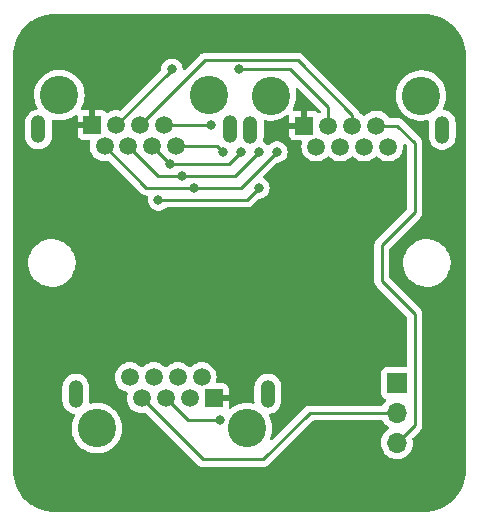
<source format=gbr>
%TF.GenerationSoftware,KiCad,Pcbnew,(6.0.6)*%
%TF.CreationDate,2022-07-09T15:22:20-05:00*%
%TF.ProjectId,Clinic_RJ45_Splitter,436c696e-6963-45f5-924a-34355f53706c,rev?*%
%TF.SameCoordinates,Original*%
%TF.FileFunction,Copper,L1,Top*%
%TF.FilePolarity,Positive*%
%FSLAX46Y46*%
G04 Gerber Fmt 4.6, Leading zero omitted, Abs format (unit mm)*
G04 Created by KiCad (PCBNEW (6.0.6)) date 2022-07-09 15:22:20*
%MOMM*%
%LPD*%
G01*
G04 APERTURE LIST*
%TA.AperFunction,WasherPad*%
%ADD10C,3.250000*%
%TD*%
%TA.AperFunction,ComponentPad*%
%ADD11R,1.500000X1.500000*%
%TD*%
%TA.AperFunction,ComponentPad*%
%ADD12C,1.500000*%
%TD*%
%TA.AperFunction,ComponentPad*%
%ADD13O,1.259000X2.362000*%
%TD*%
%TA.AperFunction,ComponentPad*%
%ADD14R,1.700000X1.700000*%
%TD*%
%TA.AperFunction,ComponentPad*%
%ADD15O,1.700000X1.700000*%
%TD*%
%TA.AperFunction,ViaPad*%
%ADD16C,0.800000*%
%TD*%
%TA.AperFunction,Conductor*%
%ADD17C,0.250000*%
%TD*%
G04 APERTURE END LIST*
D10*
%TO.P,J4,*%
%TO.N,*%
X155724320Y-77259180D03*
X168424320Y-77259180D03*
D11*
%TO.P,J4,1*%
%TO.N,GND*%
X158525020Y-79799180D03*
D12*
%TO.P,J4,2*%
%TO.N,+5V*%
X159545020Y-81579180D03*
%TO.P,J4,3*%
%TO.N,Sound1*%
X160555020Y-79799180D03*
%TO.P,J4,4*%
%TO.N,Sound2*%
X161575020Y-81579180D03*
%TO.P,J4,5*%
%TO.N,JoyX*%
X162585020Y-79799180D03*
%TO.P,J4,6*%
%TO.N,JoyY*%
X163605020Y-81579180D03*
%TO.P,J4,7*%
%TO.N,+3.3V_R*%
X164615020Y-79799180D03*
%TO.P,J4,8*%
%TO.N,Other*%
X165635020Y-81579180D03*
D13*
%TO.P,J4,9*%
%TO.N,N/C*%
X170204320Y-80161130D03*
%TO.P,J4,10*%
X153944320Y-80161130D03*
%TD*%
D10*
%TO.P,J2,*%
%TO.N,*%
X137795000Y-77224620D03*
X150495000Y-77224620D03*
D11*
%TO.P,J2,1*%
%TO.N,GND*%
X140595700Y-79764620D03*
D12*
%TO.P,J2,2*%
%TO.N,+5V*%
X141615700Y-81544620D03*
%TO.P,J2,3*%
%TO.N,Sound1*%
X142625700Y-79764620D03*
%TO.P,J2,4*%
%TO.N,Sound2*%
X143645700Y-81544620D03*
%TO.P,J2,5*%
%TO.N,JoyX*%
X144655700Y-79764620D03*
%TO.P,J2,6*%
%TO.N,JoyY*%
X145675700Y-81544620D03*
%TO.P,J2,7*%
%TO.N,+3.3V_L*%
X146685700Y-79764620D03*
%TO.P,J2,8*%
%TO.N,Other*%
X147705700Y-81544620D03*
D13*
%TO.P,J2,9*%
%TO.N,N/C*%
X152275000Y-80126570D03*
%TO.P,J2,10*%
X136015000Y-80126570D03*
%TD*%
D14*
%TO.P,J1,1*%
%TO.N,+3.3V_L*%
X166370000Y-101600000D03*
D15*
%TO.P,J1,2*%
%TO.N,+3.3V*%
X166370000Y-104140000D03*
%TO.P,J1,3*%
%TO.N,+3.3V_R*%
X166370000Y-106680000D03*
%TD*%
D10*
%TO.P,J3,*%
%TO.N,*%
X153670000Y-105425240D03*
X140970000Y-105425240D03*
D11*
%TO.P,J3,1*%
%TO.N,GND*%
X150869300Y-102885240D03*
D12*
%TO.P,J3,2*%
%TO.N,+5V*%
X149849300Y-101105240D03*
%TO.P,J3,3*%
%TO.N,Sound1*%
X148839300Y-102885240D03*
%TO.P,J3,4*%
%TO.N,Sound2*%
X147819300Y-101105240D03*
%TO.P,J3,5*%
%TO.N,JoyX*%
X146809300Y-102885240D03*
%TO.P,J3,6*%
%TO.N,JoyY*%
X145789300Y-101105240D03*
%TO.P,J3,7*%
%TO.N,+3.3V*%
X144779300Y-102885240D03*
%TO.P,J3,8*%
%TO.N,Other*%
X143759300Y-101105240D03*
D13*
%TO.P,J3,9*%
%TO.N,N/C*%
X139190000Y-102523290D03*
%TO.P,J3,10*%
X155450000Y-102523290D03*
%TD*%
D16*
%TO.N,+3.3V_L*%
X150622000Y-79756000D03*
%TO.N,GND*%
X162560000Y-99695000D03*
X144145000Y-109220000D03*
X144780000Y-73660000D03*
X158750000Y-86995000D03*
X158750000Y-99695000D03*
X162560000Y-90805000D03*
X140970000Y-73660000D03*
X147955000Y-109220000D03*
X161290000Y-73660000D03*
X158750000Y-109220000D03*
X142875000Y-94615000D03*
X151765000Y-94615000D03*
X140970000Y-76835000D03*
X144145000Y-106045000D03*
X162560000Y-86995000D03*
X165100000Y-73660000D03*
X142875000Y-89535000D03*
X151765000Y-99695000D03*
X165100000Y-77470000D03*
X151765000Y-89535000D03*
X158750000Y-94615000D03*
%TO.N,+5V*%
X149225000Y-85090000D03*
X156210000Y-82042000D03*
%TO.N,Sound1*%
X153035000Y-75057000D03*
X147320000Y-75057000D03*
%TO.N,Sound2*%
X154686000Y-82042000D03*
X148209000Y-84074000D03*
%TO.N,JoyX*%
X151384000Y-104775000D03*
%TO.N,JoyY*%
X147193000Y-83058000D03*
X153162000Y-82042000D03*
%TO.N,Other*%
X146177000Y-86106000D03*
X154686000Y-85090000D03*
X151638000Y-82042000D03*
%TD*%
D17*
%TO.N,+3.3V_L*%
X150613380Y-79764620D02*
X146685700Y-79764620D01*
X150622000Y-79756000D02*
X150613380Y-79764620D01*
%TO.N,+3.3V*%
X166370000Y-104140000D02*
X159004000Y-104140000D01*
X149971060Y-108077000D02*
X144779300Y-102885240D01*
X159004000Y-104140000D02*
X155067000Y-108077000D01*
X155067000Y-108077000D02*
X149971060Y-108077000D01*
%TO.N,+3.3V_R*%
X167894000Y-95758000D02*
X165100000Y-92964000D01*
X167894000Y-87122000D02*
X167894000Y-81280000D01*
X165100000Y-89916000D02*
X167894000Y-87122000D01*
X165100000Y-92964000D02*
X165100000Y-89916000D01*
X166370000Y-106680000D02*
X167894000Y-105156000D01*
X167894000Y-105156000D02*
X167894000Y-95758000D01*
X166413180Y-79799180D02*
X164615020Y-79799180D01*
X167894000Y-81280000D02*
X166413180Y-79799180D01*
%TO.N,+5V*%
X145161080Y-85090000D02*
X141615700Y-81544620D01*
X153162000Y-85090000D02*
X145161080Y-85090000D01*
X156210000Y-82042000D02*
X153162000Y-85090000D01*
%TO.N,Sound1*%
X147320000Y-75070320D02*
X147320000Y-75057000D01*
X142625700Y-79764620D02*
X147320000Y-75070320D01*
X153035000Y-75057000D02*
X157353000Y-75057000D01*
X157353000Y-75057000D02*
X160555020Y-78259020D01*
X160555020Y-78259020D02*
X160555020Y-79799180D01*
%TO.N,Sound2*%
X152654000Y-84074000D02*
X154686000Y-82042000D01*
X146175080Y-84074000D02*
X152654000Y-84074000D01*
X143645700Y-81544620D02*
X146175080Y-84074000D01*
%TO.N,JoyX*%
X150125320Y-74295000D02*
X157988000Y-74295000D01*
X144655700Y-79764620D02*
X150125320Y-74295000D01*
X148699060Y-104775000D02*
X146809300Y-102885240D01*
X157988000Y-74295000D02*
X162585020Y-78892020D01*
X151384000Y-104775000D02*
X148699060Y-104775000D01*
X162585020Y-78892020D02*
X162585020Y-79799180D01*
%TO.N,JoyY*%
X147193000Y-83058000D02*
X152146000Y-83058000D01*
X152146000Y-83058000D02*
X153162000Y-82042000D01*
X147189080Y-83058000D02*
X145675700Y-81544620D01*
X147193000Y-83058000D02*
X147189080Y-83058000D01*
%TO.N,Other*%
X146177000Y-86106000D02*
X153670000Y-86106000D01*
X151130000Y-81534000D02*
X147716320Y-81534000D01*
X147716320Y-81534000D02*
X147705700Y-81544620D01*
X151638000Y-82042000D02*
X151130000Y-81534000D01*
X153670000Y-86106000D02*
X154686000Y-85090000D01*
%TD*%
%TA.AperFunction,Conductor*%
%TO.N,GND*%
G36*
X168626018Y-70360000D02*
G01*
X168640852Y-70362310D01*
X168640855Y-70362310D01*
X168649724Y-70363691D01*
X168658627Y-70362527D01*
X168658629Y-70362527D01*
X168669078Y-70361161D01*
X168691594Y-70360249D01*
X168998322Y-70375318D01*
X169010618Y-70376528D01*
X169343520Y-70425910D01*
X169355642Y-70428320D01*
X169451572Y-70452350D01*
X169682101Y-70510095D01*
X169693933Y-70513684D01*
X170010803Y-70627061D01*
X170022227Y-70631793D01*
X170326456Y-70775683D01*
X170337361Y-70781512D01*
X170626024Y-70954530D01*
X170636305Y-70961400D01*
X170906613Y-71161874D01*
X170916171Y-71169718D01*
X171165531Y-71395725D01*
X171174275Y-71404469D01*
X171400282Y-71653829D01*
X171408126Y-71663387D01*
X171608600Y-71933695D01*
X171615470Y-71943976D01*
X171788488Y-72232639D01*
X171794317Y-72243544D01*
X171938207Y-72547773D01*
X171942939Y-72559197D01*
X172056316Y-72876067D01*
X172059905Y-72887899D01*
X172141679Y-73214355D01*
X172144091Y-73226483D01*
X172193471Y-73559377D01*
X172194682Y-73571676D01*
X172207797Y-73838602D01*
X172209390Y-73871034D01*
X172208042Y-73896598D01*
X172206309Y-73907724D01*
X172207474Y-73916630D01*
X172210436Y-73939283D01*
X172211500Y-73955621D01*
X172211500Y-108916633D01*
X172210000Y-108936018D01*
X172206309Y-108959724D01*
X172207473Y-108968627D01*
X172207473Y-108968629D01*
X172208839Y-108979078D01*
X172209751Y-109001597D01*
X172194683Y-109308317D01*
X172193471Y-109320623D01*
X172144091Y-109653517D01*
X172141679Y-109665645D01*
X172059905Y-109992101D01*
X172056316Y-110003933D01*
X171942939Y-110320803D01*
X171938207Y-110332227D01*
X171794317Y-110636456D01*
X171788488Y-110647361D01*
X171615470Y-110936024D01*
X171608600Y-110946305D01*
X171408126Y-111216613D01*
X171400282Y-111226171D01*
X171174275Y-111475531D01*
X171165531Y-111484275D01*
X170916171Y-111710282D01*
X170906613Y-111718126D01*
X170636305Y-111918600D01*
X170626024Y-111925470D01*
X170337361Y-112098488D01*
X170326456Y-112104317D01*
X170022227Y-112248207D01*
X170010803Y-112252939D01*
X169693933Y-112366316D01*
X169682101Y-112369905D01*
X169451572Y-112427650D01*
X169355642Y-112451680D01*
X169343520Y-112454090D01*
X169010618Y-112503472D01*
X168998324Y-112504682D01*
X168698962Y-112519390D01*
X168673402Y-112518042D01*
X168662276Y-112516309D01*
X168630714Y-112520436D01*
X168614379Y-112521500D01*
X137463367Y-112521500D01*
X137443982Y-112520000D01*
X137429148Y-112517690D01*
X137429145Y-112517690D01*
X137420276Y-112516309D01*
X137411373Y-112517473D01*
X137411371Y-112517473D01*
X137400922Y-112518839D01*
X137378406Y-112519751D01*
X137071678Y-112504682D01*
X137059382Y-112503472D01*
X136726480Y-112454090D01*
X136714358Y-112451680D01*
X136618428Y-112427650D01*
X136387899Y-112369905D01*
X136376067Y-112366316D01*
X136059197Y-112252939D01*
X136047773Y-112248207D01*
X135743544Y-112104317D01*
X135732639Y-112098488D01*
X135443976Y-111925470D01*
X135433695Y-111918600D01*
X135163387Y-111718126D01*
X135153829Y-111710282D01*
X134904469Y-111484275D01*
X134895725Y-111475531D01*
X134669718Y-111226171D01*
X134661874Y-111216613D01*
X134461400Y-110946305D01*
X134454530Y-110936024D01*
X134281512Y-110647361D01*
X134275683Y-110636456D01*
X134131793Y-110332227D01*
X134127061Y-110320803D01*
X134013684Y-110003933D01*
X134010095Y-109992101D01*
X133928321Y-109665645D01*
X133925909Y-109653517D01*
X133876529Y-109320623D01*
X133875317Y-109308317D01*
X133860795Y-109012695D01*
X133862387Y-108985619D01*
X133863576Y-108978552D01*
X133863729Y-108966000D01*
X133859773Y-108938376D01*
X133858500Y-108920514D01*
X133858500Y-103127843D01*
X138052000Y-103127843D01*
X138066263Y-103283062D01*
X138067830Y-103288617D01*
X138067830Y-103288619D01*
X138080815Y-103334662D01*
X138123034Y-103484360D01*
X138215539Y-103671941D01*
X138234434Y-103697244D01*
X138303928Y-103790308D01*
X138340678Y-103839523D01*
X138344912Y-103843437D01*
X138344914Y-103843439D01*
X138412816Y-103906206D01*
X138494262Y-103981494D01*
X138541740Y-104011450D01*
X138666262Y-104090018D01*
X138666267Y-104090020D01*
X138671146Y-104093099D01*
X138704315Y-104106332D01*
X138822713Y-104153568D01*
X138865406Y-104170601D01*
X138871063Y-104171726D01*
X138871069Y-104171728D01*
X138963967Y-104190206D01*
X139020412Y-104201434D01*
X139083321Y-104234340D01*
X139118453Y-104296035D01*
X139114653Y-104366930D01*
X139107186Y-104383969D01*
X139016397Y-104555440D01*
X139014925Y-104559463D01*
X139014923Y-104559467D01*
X138917901Y-104824591D01*
X138916426Y-104828622D01*
X138854456Y-105112844D01*
X138852945Y-105132046D01*
X138832689Y-105389422D01*
X138831632Y-105402846D01*
X138848378Y-105693263D01*
X138849203Y-105697468D01*
X138849204Y-105697476D01*
X138866423Y-105785242D01*
X138904382Y-105978721D01*
X138905769Y-105982772D01*
X138905770Y-105982776D01*
X138997220Y-106249881D01*
X138997224Y-106249890D01*
X138998609Y-106253936D01*
X139129316Y-106513817D01*
X139168684Y-106571098D01*
X139286994Y-106743240D01*
X139294083Y-106753555D01*
X139489862Y-106968713D01*
X139493151Y-106971463D01*
X139709738Y-107152559D01*
X139709743Y-107152563D01*
X139713030Y-107155311D01*
X139778058Y-107196103D01*
X139955817Y-107307611D01*
X139955821Y-107307613D01*
X139959457Y-107309894D01*
X140224584Y-107429603D01*
X140294494Y-107450311D01*
X140499391Y-107511005D01*
X140499396Y-107511006D01*
X140503504Y-107512223D01*
X140507738Y-107512871D01*
X140507743Y-107512872D01*
X140763635Y-107552029D01*
X140791056Y-107556225D01*
X140939176Y-107558552D01*
X141077629Y-107560727D01*
X141077635Y-107560727D01*
X141081920Y-107560794D01*
X141370712Y-107525847D01*
X141652090Y-107452029D01*
X141920846Y-107340706D01*
X142172007Y-107193939D01*
X142400926Y-107014444D01*
X142442578Y-106971463D01*
X142600383Y-106808620D01*
X142603366Y-106805542D01*
X142775583Y-106571098D01*
X142868702Y-106399594D01*
X142912338Y-106319226D01*
X142912339Y-106319224D01*
X142914388Y-106315450D01*
X143017213Y-106043330D01*
X143066895Y-105826411D01*
X143081200Y-105763953D01*
X143081201Y-105763948D01*
X143082157Y-105759773D01*
X143108016Y-105470025D01*
X143108326Y-105440473D01*
X143108459Y-105427725D01*
X143108459Y-105427724D01*
X143108485Y-105425240D01*
X143107581Y-105411980D01*
X143088991Y-105139291D01*
X143088990Y-105139285D01*
X143088699Y-105135014D01*
X143084335Y-105113938D01*
X143030578Y-104854356D01*
X143029709Y-104850159D01*
X142932605Y-104575945D01*
X142799184Y-104317447D01*
X142785765Y-104298353D01*
X142695979Y-104170601D01*
X142631915Y-104079448D01*
X142433894Y-103866352D01*
X142430578Y-103863638D01*
X142430575Y-103863635D01*
X142232088Y-103701175D01*
X142208784Y-103682101D01*
X141960752Y-103530107D01*
X141956835Y-103528388D01*
X141956832Y-103528386D01*
X141816261Y-103466680D01*
X141694386Y-103413181D01*
X141690258Y-103412005D01*
X141690255Y-103412004D01*
X141604087Y-103387458D01*
X141414616Y-103333486D01*
X141410374Y-103332882D01*
X141410368Y-103332881D01*
X141130870Y-103293103D01*
X141126619Y-103292498D01*
X140973232Y-103291695D01*
X140840009Y-103290997D01*
X140840003Y-103290997D01*
X140835723Y-103290975D01*
X140831479Y-103291534D01*
X140831475Y-103291534D01*
X140716508Y-103306670D01*
X140547313Y-103328945D01*
X140543173Y-103330078D01*
X140543171Y-103330078D01*
X140478218Y-103347847D01*
X140407233Y-103346529D01*
X140348230Y-103307043D01*
X140319941Y-103241926D01*
X140319843Y-103211503D01*
X140327564Y-103146271D01*
X140327564Y-103146264D01*
X140328000Y-103142584D01*
X140328000Y-101918737D01*
X140313737Y-101763518D01*
X140256966Y-101562220D01*
X140164461Y-101374639D01*
X140039322Y-101207057D01*
X140015555Y-101185087D01*
X139889978Y-101069005D01*
X139889975Y-101069003D01*
X139885738Y-101065086D01*
X139838260Y-101035130D01*
X139713738Y-100956562D01*
X139713733Y-100956560D01*
X139708854Y-100953481D01*
X139514594Y-100875979D01*
X139508934Y-100874853D01*
X139508930Y-100874852D01*
X139315130Y-100836303D01*
X139315128Y-100836303D01*
X139309463Y-100835176D01*
X139303688Y-100835100D01*
X139303684Y-100835100D01*
X139198845Y-100833728D01*
X139100331Y-100832438D01*
X139094634Y-100833417D01*
X139094633Y-100833417D01*
X139077838Y-100836303D01*
X138894202Y-100867858D01*
X138697980Y-100940248D01*
X138693019Y-100943200D01*
X138693018Y-100943200D01*
X138523203Y-101044229D01*
X138523200Y-101044231D01*
X138518235Y-101047185D01*
X138360988Y-101185087D01*
X138231504Y-101349336D01*
X138228813Y-101354452D01*
X138228811Y-101354454D01*
X138161018Y-101483308D01*
X138134121Y-101534431D01*
X138072100Y-101734173D01*
X138071421Y-101739910D01*
X138054652Y-101881591D01*
X138052000Y-101903996D01*
X138052000Y-103127843D01*
X133858500Y-103127843D01*
X133858500Y-91369733D01*
X135147822Y-91369733D01*
X135157625Y-91650458D01*
X135158387Y-91654781D01*
X135158388Y-91654788D01*
X135182164Y-91789624D01*
X135206402Y-91927087D01*
X135293203Y-92194235D01*
X135416340Y-92446702D01*
X135418795Y-92450341D01*
X135418798Y-92450347D01*
X135491890Y-92558710D01*
X135573415Y-92679576D01*
X135761371Y-92888322D01*
X135976550Y-93068879D01*
X136214764Y-93217731D01*
X136348484Y-93277267D01*
X136438415Y-93317307D01*
X136471375Y-93331982D01*
X136741390Y-93409407D01*
X136745740Y-93410018D01*
X136745743Y-93410019D01*
X136848690Y-93424487D01*
X137019552Y-93448500D01*
X137230146Y-93448500D01*
X137232332Y-93448347D01*
X137232336Y-93448347D01*
X137435827Y-93434118D01*
X137435832Y-93434117D01*
X137440212Y-93433811D01*
X137714970Y-93375409D01*
X137719099Y-93373906D01*
X137719103Y-93373905D01*
X137974781Y-93280846D01*
X137974785Y-93280844D01*
X137978926Y-93279337D01*
X138226942Y-93147464D01*
X138230503Y-93144877D01*
X138450629Y-92984947D01*
X138450632Y-92984944D01*
X138454192Y-92982358D01*
X138462891Y-92973958D01*
X138653087Y-92790287D01*
X138656252Y-92787231D01*
X138829188Y-92565882D01*
X138831384Y-92562078D01*
X138831389Y-92562071D01*
X138967435Y-92326431D01*
X138969636Y-92322619D01*
X139074862Y-92062176D01*
X139108544Y-91927087D01*
X139141753Y-91793893D01*
X139141754Y-91793888D01*
X139142817Y-91789624D01*
X139172178Y-91510267D01*
X139162375Y-91229542D01*
X139138608Y-91094749D01*
X139114360Y-90957236D01*
X139113598Y-90952913D01*
X139026797Y-90685765D01*
X138903660Y-90433298D01*
X138901205Y-90429659D01*
X138901202Y-90429653D01*
X138820935Y-90310653D01*
X138746585Y-90200424D01*
X138558629Y-89991678D01*
X138343450Y-89811121D01*
X138105236Y-89662269D01*
X137848625Y-89548018D01*
X137678919Y-89499356D01*
X137582837Y-89471805D01*
X137582836Y-89471805D01*
X137578610Y-89470593D01*
X137574260Y-89469982D01*
X137574257Y-89469981D01*
X137471310Y-89455513D01*
X137300448Y-89431500D01*
X137089854Y-89431500D01*
X137087668Y-89431653D01*
X137087664Y-89431653D01*
X136884173Y-89445882D01*
X136884168Y-89445883D01*
X136879788Y-89446189D01*
X136605030Y-89504591D01*
X136600901Y-89506094D01*
X136600897Y-89506095D01*
X136345219Y-89599154D01*
X136345215Y-89599156D01*
X136341074Y-89600663D01*
X136093058Y-89732536D01*
X136089499Y-89735122D01*
X136089497Y-89735123D01*
X135950693Y-89835970D01*
X135865808Y-89897642D01*
X135663748Y-90092769D01*
X135490812Y-90314118D01*
X135488616Y-90317922D01*
X135488611Y-90317929D01*
X135374794Y-90515067D01*
X135350364Y-90557381D01*
X135245138Y-90817824D01*
X135244073Y-90822097D01*
X135244072Y-90822099D01*
X135210379Y-90957236D01*
X135177183Y-91090376D01*
X135147822Y-91369733D01*
X133858500Y-91369733D01*
X133858500Y-80731123D01*
X134877000Y-80731123D01*
X134881189Y-80776708D01*
X134890222Y-80875008D01*
X134891263Y-80886342D01*
X134892830Y-80891897D01*
X134892830Y-80891899D01*
X134905441Y-80936613D01*
X134948034Y-81087640D01*
X135040539Y-81275221D01*
X135043995Y-81279849D01*
X135146592Y-81417243D01*
X135165678Y-81442803D01*
X135169912Y-81446717D01*
X135169914Y-81446719D01*
X135307289Y-81573706D01*
X135319262Y-81584774D01*
X135366740Y-81614730D01*
X135491262Y-81693298D01*
X135491267Y-81693300D01*
X135496146Y-81696379D01*
X135690406Y-81773881D01*
X135696066Y-81775007D01*
X135696070Y-81775008D01*
X135889870Y-81813557D01*
X135889872Y-81813557D01*
X135895537Y-81814684D01*
X135901312Y-81814760D01*
X135901316Y-81814760D01*
X136006155Y-81816132D01*
X136104669Y-81817422D01*
X136110366Y-81816443D01*
X136110367Y-81816443D01*
X136305101Y-81782981D01*
X136305102Y-81782981D01*
X136310798Y-81782002D01*
X136507020Y-81709612D01*
X136529263Y-81696379D01*
X136681797Y-81605631D01*
X136681800Y-81605629D01*
X136686765Y-81602675D01*
X136844012Y-81464773D01*
X136973496Y-81300524D01*
X136989534Y-81270042D01*
X137068187Y-81120546D01*
X137068188Y-81120544D01*
X137070879Y-81115429D01*
X137132900Y-80915687D01*
X137135716Y-80891899D01*
X137152564Y-80749551D01*
X137152564Y-80749544D01*
X137153000Y-80745864D01*
X137153000Y-80559289D01*
X139337701Y-80559289D01*
X139338071Y-80566110D01*
X139343595Y-80616972D01*
X139347221Y-80632224D01*
X139392376Y-80752674D01*
X139400914Y-80768269D01*
X139477415Y-80870344D01*
X139489976Y-80882905D01*
X139592051Y-80959406D01*
X139607646Y-80967944D01*
X139728094Y-81013098D01*
X139743349Y-81016725D01*
X139794214Y-81022251D01*
X139801028Y-81022620D01*
X140288468Y-81022620D01*
X140356589Y-81042622D01*
X140403082Y-81096278D01*
X140413186Y-81166552D01*
X140410174Y-81181232D01*
X140373010Y-81319928D01*
X140373009Y-81319937D01*
X140371585Y-81325249D01*
X140352393Y-81544620D01*
X140371585Y-81763991D01*
X140428580Y-81976696D01*
X140459032Y-82042000D01*
X140519318Y-82171286D01*
X140519321Y-82171291D01*
X140521644Y-82176273D01*
X140524800Y-82180780D01*
X140524801Y-82180782D01*
X140643879Y-82350842D01*
X140647951Y-82356658D01*
X140803662Y-82512369D01*
X140984046Y-82638676D01*
X141183624Y-82731740D01*
X141396329Y-82788735D01*
X141615700Y-82807927D01*
X141835071Y-82788735D01*
X141840381Y-82787312D01*
X141840388Y-82787311D01*
X141866419Y-82780336D01*
X141937396Y-82782026D01*
X141988124Y-82812948D01*
X144657423Y-85482247D01*
X144664967Y-85490537D01*
X144669080Y-85497018D01*
X144674857Y-85502443D01*
X144718747Y-85543658D01*
X144721589Y-85546413D01*
X144741310Y-85566134D01*
X144744505Y-85568612D01*
X144753527Y-85576318D01*
X144785759Y-85606586D01*
X144792708Y-85610406D01*
X144803512Y-85616346D01*
X144820036Y-85627199D01*
X144836039Y-85639613D01*
X144876623Y-85657176D01*
X144887253Y-85662383D01*
X144926020Y-85683695D01*
X144933697Y-85685666D01*
X144933702Y-85685668D01*
X144945638Y-85688732D01*
X144964346Y-85695137D01*
X144982935Y-85703181D01*
X144990760Y-85704420D01*
X144990762Y-85704421D01*
X145026599Y-85710097D01*
X145038220Y-85712504D01*
X145073369Y-85721528D01*
X145081050Y-85723500D01*
X145101311Y-85723500D01*
X145121020Y-85725051D01*
X145141023Y-85728219D01*
X145159978Y-85726427D01*
X145229677Y-85739929D01*
X145281013Y-85788971D01*
X145297687Y-85857982D01*
X145291668Y-85890804D01*
X145283458Y-85916072D01*
X145282768Y-85922633D01*
X145282768Y-85922635D01*
X145274492Y-86001379D01*
X145263496Y-86106000D01*
X145283458Y-86295928D01*
X145342473Y-86477556D01*
X145437960Y-86642944D01*
X145442378Y-86647851D01*
X145442379Y-86647852D01*
X145524452Y-86739003D01*
X145565747Y-86784866D01*
X145720248Y-86897118D01*
X145726276Y-86899802D01*
X145726278Y-86899803D01*
X145888681Y-86972109D01*
X145894712Y-86974794D01*
X145988112Y-86994647D01*
X146075056Y-87013128D01*
X146075061Y-87013128D01*
X146081513Y-87014500D01*
X146272487Y-87014500D01*
X146278939Y-87013128D01*
X146278944Y-87013128D01*
X146365888Y-86994647D01*
X146459288Y-86974794D01*
X146465319Y-86972109D01*
X146627722Y-86899803D01*
X146627724Y-86899802D01*
X146633752Y-86897118D01*
X146663470Y-86875527D01*
X146766671Y-86800546D01*
X146788253Y-86784866D01*
X146792668Y-86779963D01*
X146797580Y-86775540D01*
X146798705Y-86776789D01*
X146852014Y-86743949D01*
X146885200Y-86739500D01*
X153591233Y-86739500D01*
X153602416Y-86740027D01*
X153609909Y-86741702D01*
X153617835Y-86741453D01*
X153617836Y-86741453D01*
X153677986Y-86739562D01*
X153681945Y-86739500D01*
X153709856Y-86739500D01*
X153713791Y-86739003D01*
X153713856Y-86738995D01*
X153725693Y-86738062D01*
X153757951Y-86737048D01*
X153761970Y-86736922D01*
X153769889Y-86736673D01*
X153789343Y-86731021D01*
X153808700Y-86727013D01*
X153820930Y-86725468D01*
X153820931Y-86725468D01*
X153828797Y-86724474D01*
X153836168Y-86721555D01*
X153836170Y-86721555D01*
X153869912Y-86708196D01*
X153881142Y-86704351D01*
X153915983Y-86694229D01*
X153915984Y-86694229D01*
X153923593Y-86692018D01*
X153930412Y-86687985D01*
X153930417Y-86687983D01*
X153941028Y-86681707D01*
X153958776Y-86673012D01*
X153977617Y-86665552D01*
X154013387Y-86639564D01*
X154023307Y-86633048D01*
X154054535Y-86614580D01*
X154054538Y-86614578D01*
X154061362Y-86610542D01*
X154075683Y-86596221D01*
X154090717Y-86583380D01*
X154100694Y-86576131D01*
X154107107Y-86571472D01*
X154112157Y-86565368D01*
X154112162Y-86565363D01*
X154135293Y-86537402D01*
X154143283Y-86528621D01*
X154636501Y-86035404D01*
X154698813Y-86001379D01*
X154725596Y-85998500D01*
X154781487Y-85998500D01*
X154787939Y-85997128D01*
X154787944Y-85997128D01*
X154874887Y-85978647D01*
X154968288Y-85958794D01*
X155064244Y-85916072D01*
X155136722Y-85883803D01*
X155136724Y-85883802D01*
X155142752Y-85881118D01*
X155297253Y-85768866D01*
X155333852Y-85728219D01*
X155420621Y-85631852D01*
X155420622Y-85631851D01*
X155425040Y-85626944D01*
X155500053Y-85497018D01*
X155517223Y-85467279D01*
X155517224Y-85467278D01*
X155520527Y-85461556D01*
X155579542Y-85279928D01*
X155599504Y-85090000D01*
X155579542Y-84900072D01*
X155520527Y-84718444D01*
X155425040Y-84553056D01*
X155297253Y-84411134D01*
X155142752Y-84298882D01*
X155106993Y-84282961D01*
X155052897Y-84236982D01*
X155032247Y-84169055D01*
X155051599Y-84100746D01*
X155069146Y-84078759D01*
X156160500Y-82987405D01*
X156222812Y-82953379D01*
X156249595Y-82950500D01*
X156305487Y-82950500D01*
X156311939Y-82949128D01*
X156311944Y-82949128D01*
X156398888Y-82930647D01*
X156492288Y-82910794D01*
X156646785Y-82842008D01*
X156660722Y-82835803D01*
X156660724Y-82835802D01*
X156666752Y-82833118D01*
X156821253Y-82720866D01*
X156949040Y-82578944D01*
X157033265Y-82433062D01*
X157041223Y-82419279D01*
X157041224Y-82419278D01*
X157044527Y-82413556D01*
X157103542Y-82231928D01*
X157104667Y-82221230D01*
X157122814Y-82048565D01*
X157123504Y-82042000D01*
X157103542Y-81852072D01*
X157044527Y-81670444D01*
X156949040Y-81505056D01*
X156932646Y-81486848D01*
X156825675Y-81368045D01*
X156825671Y-81368041D01*
X156821253Y-81363134D01*
X156722157Y-81291136D01*
X156672094Y-81254763D01*
X156672093Y-81254762D01*
X156666752Y-81250882D01*
X156660724Y-81248198D01*
X156660722Y-81248197D01*
X156498319Y-81175891D01*
X156498318Y-81175891D01*
X156492288Y-81173206D01*
X156388448Y-81151134D01*
X156311944Y-81134872D01*
X156311939Y-81134872D01*
X156305487Y-81133500D01*
X156114513Y-81133500D01*
X156108061Y-81134872D01*
X156108056Y-81134872D01*
X156031552Y-81151134D01*
X155927712Y-81173206D01*
X155921682Y-81175891D01*
X155921681Y-81175891D01*
X155759278Y-81248197D01*
X155759276Y-81248198D01*
X155753248Y-81250882D01*
X155747907Y-81254762D01*
X155747906Y-81254763D01*
X155697843Y-81291136D01*
X155598747Y-81363134D01*
X155541635Y-81426564D01*
X155481190Y-81463802D01*
X155410206Y-81462450D01*
X155354366Y-81426564D01*
X155297253Y-81363134D01*
X155198157Y-81291136D01*
X155148094Y-81254763D01*
X155148093Y-81254762D01*
X155142752Y-81250882D01*
X155136726Y-81248199D01*
X155136719Y-81248195D01*
X155092277Y-81228409D01*
X155038181Y-81182429D01*
X155017531Y-81114502D01*
X155023192Y-81075938D01*
X155043986Y-81008972D01*
X155062220Y-80950247D01*
X155065036Y-80926459D01*
X155081884Y-80784111D01*
X155081884Y-80784104D01*
X155082320Y-80780424D01*
X155082320Y-79556577D01*
X155078097Y-79510620D01*
X155074547Y-79471980D01*
X155088232Y-79402315D01*
X155137408Y-79351107D01*
X155206463Y-79334616D01*
X155235799Y-79339639D01*
X155257824Y-79346163D01*
X155262058Y-79346811D01*
X155262063Y-79346812D01*
X155517955Y-79385969D01*
X155545376Y-79390165D01*
X155693496Y-79392492D01*
X155831949Y-79394667D01*
X155831955Y-79394667D01*
X155836240Y-79394734D01*
X156125032Y-79359787D01*
X156406410Y-79285969D01*
X156675166Y-79174646D01*
X156926327Y-79027879D01*
X157063274Y-78920499D01*
X157129222Y-78894207D01*
X157198916Y-78907742D01*
X157250229Y-78956809D01*
X157267020Y-79019653D01*
X157267020Y-79527065D01*
X157271495Y-79542304D01*
X157272885Y-79543509D01*
X157280568Y-79545180D01*
X158252905Y-79545180D01*
X158268144Y-79540705D01*
X158269349Y-79539315D01*
X158271020Y-79531632D01*
X158271020Y-78559296D01*
X158266545Y-78544057D01*
X158265155Y-78542852D01*
X158257472Y-78541181D01*
X157730351Y-78541181D01*
X157723527Y-78541551D01*
X157678094Y-78546485D01*
X157608212Y-78533955D01*
X157556198Y-78485633D01*
X157538565Y-78416861D01*
X157553759Y-78361100D01*
X157559085Y-78351292D01*
X157668708Y-78149390D01*
X157771533Y-77877270D01*
X157836477Y-77593713D01*
X157862336Y-77303965D01*
X157862805Y-77259180D01*
X157857756Y-77185115D01*
X157843311Y-76973231D01*
X157843310Y-76973225D01*
X157843019Y-76968954D01*
X157791070Y-76718097D01*
X157796843Y-76647335D01*
X157839955Y-76590928D01*
X157906720Y-76566783D01*
X157975940Y-76582568D01*
X158003546Y-76603450D01*
X158954974Y-77554879D01*
X159884615Y-78484520D01*
X159918641Y-78546832D01*
X159921520Y-78573615D01*
X159921520Y-78640826D01*
X159901518Y-78708947D01*
X159867792Y-78744038D01*
X159847668Y-78758129D01*
X159845359Y-78759746D01*
X159778084Y-78782432D01*
X159709224Y-78765146D01*
X159672264Y-78732096D01*
X159643305Y-78693456D01*
X159630744Y-78680895D01*
X159528669Y-78604394D01*
X159513074Y-78595856D01*
X159392626Y-78550702D01*
X159377371Y-78547075D01*
X159326506Y-78541549D01*
X159319692Y-78541180D01*
X158797135Y-78541180D01*
X158781896Y-78545655D01*
X158780691Y-78547045D01*
X158779020Y-78554728D01*
X158779020Y-79927180D01*
X158759018Y-79995301D01*
X158705362Y-80041794D01*
X158653020Y-80053180D01*
X157285136Y-80053180D01*
X157269897Y-80057655D01*
X157268692Y-80059045D01*
X157267021Y-80066728D01*
X157267021Y-80593849D01*
X157267391Y-80600670D01*
X157272915Y-80651532D01*
X157276541Y-80666784D01*
X157321696Y-80787234D01*
X157330234Y-80802829D01*
X157406735Y-80904904D01*
X157419296Y-80917465D01*
X157521371Y-80993966D01*
X157536966Y-81002504D01*
X157657414Y-81047658D01*
X157672669Y-81051285D01*
X157723534Y-81056811D01*
X157730348Y-81057180D01*
X158217788Y-81057180D01*
X158285909Y-81077182D01*
X158332402Y-81130838D01*
X158342506Y-81201112D01*
X158339494Y-81215792D01*
X158302330Y-81354488D01*
X158302329Y-81354497D01*
X158300905Y-81359809D01*
X158281713Y-81579180D01*
X158300905Y-81798551D01*
X158357900Y-82011256D01*
X158401435Y-82104618D01*
X158448638Y-82205846D01*
X158448641Y-82205851D01*
X158450964Y-82210833D01*
X158454120Y-82215340D01*
X158454121Y-82215342D01*
X158555801Y-82360555D01*
X158577271Y-82391218D01*
X158732982Y-82546929D01*
X158913366Y-82673236D01*
X159112944Y-82766300D01*
X159325649Y-82823295D01*
X159545020Y-82842487D01*
X159764391Y-82823295D01*
X159977096Y-82766300D01*
X160176674Y-82673236D01*
X160357058Y-82546929D01*
X160470925Y-82433062D01*
X160533237Y-82399036D01*
X160604052Y-82404101D01*
X160649115Y-82433062D01*
X160762982Y-82546929D01*
X160943366Y-82673236D01*
X161142944Y-82766300D01*
X161355649Y-82823295D01*
X161575020Y-82842487D01*
X161794391Y-82823295D01*
X162007096Y-82766300D01*
X162206674Y-82673236D01*
X162387058Y-82546929D01*
X162500925Y-82433062D01*
X162563237Y-82399036D01*
X162634052Y-82404101D01*
X162679115Y-82433062D01*
X162792982Y-82546929D01*
X162973366Y-82673236D01*
X163172944Y-82766300D01*
X163385649Y-82823295D01*
X163605020Y-82842487D01*
X163824391Y-82823295D01*
X164037096Y-82766300D01*
X164236674Y-82673236D01*
X164417058Y-82546929D01*
X164530925Y-82433062D01*
X164593237Y-82399036D01*
X164664052Y-82404101D01*
X164709115Y-82433062D01*
X164822982Y-82546929D01*
X165003366Y-82673236D01*
X165202944Y-82766300D01*
X165415649Y-82823295D01*
X165635020Y-82842487D01*
X165854391Y-82823295D01*
X166067096Y-82766300D01*
X166266674Y-82673236D01*
X166447058Y-82546929D01*
X166602769Y-82391218D01*
X166624240Y-82360555D01*
X166725919Y-82215342D01*
X166725920Y-82215340D01*
X166729076Y-82210833D01*
X166731399Y-82205851D01*
X166731402Y-82205846D01*
X166778605Y-82104618D01*
X166822140Y-82011256D01*
X166879135Y-81798551D01*
X166898327Y-81579180D01*
X166890249Y-81486847D01*
X166904238Y-81417243D01*
X166953638Y-81366250D01*
X167022764Y-81350060D01*
X167089669Y-81373813D01*
X167104865Y-81386771D01*
X167223595Y-81505501D01*
X167257621Y-81567813D01*
X167260500Y-81594596D01*
X167260500Y-86807406D01*
X167240498Y-86875527D01*
X167223595Y-86896501D01*
X164707747Y-89412348D01*
X164699461Y-89419888D01*
X164692982Y-89424000D01*
X164687557Y-89429777D01*
X164646357Y-89473651D01*
X164643602Y-89476493D01*
X164623865Y-89496230D01*
X164621385Y-89499427D01*
X164613682Y-89508447D01*
X164583414Y-89540679D01*
X164579595Y-89547625D01*
X164579593Y-89547628D01*
X164573652Y-89558434D01*
X164562801Y-89574953D01*
X164550386Y-89590959D01*
X164547241Y-89598228D01*
X164547238Y-89598232D01*
X164532826Y-89631537D01*
X164527609Y-89642187D01*
X164506305Y-89680940D01*
X164504334Y-89688615D01*
X164504334Y-89688616D01*
X164501267Y-89700562D01*
X164494863Y-89719266D01*
X164486819Y-89737855D01*
X164485580Y-89745678D01*
X164485577Y-89745688D01*
X164479901Y-89781524D01*
X164477495Y-89793144D01*
X164472880Y-89811121D01*
X164466500Y-89835970D01*
X164466500Y-89856224D01*
X164464949Y-89875934D01*
X164461780Y-89895943D01*
X164462526Y-89903835D01*
X164465941Y-89939961D01*
X164466500Y-89951819D01*
X164466500Y-92885233D01*
X164465973Y-92896416D01*
X164464298Y-92903909D01*
X164464547Y-92911835D01*
X164464547Y-92911836D01*
X164466438Y-92971986D01*
X164466500Y-92975945D01*
X164466500Y-93003856D01*
X164466997Y-93007790D01*
X164466997Y-93007791D01*
X164467005Y-93007856D01*
X164467938Y-93019693D01*
X164469327Y-93063889D01*
X164474978Y-93083339D01*
X164478987Y-93102700D01*
X164481526Y-93122797D01*
X164484445Y-93130168D01*
X164484445Y-93130170D01*
X164497804Y-93163912D01*
X164501649Y-93175142D01*
X164513982Y-93217593D01*
X164518015Y-93224412D01*
X164518017Y-93224417D01*
X164524293Y-93235028D01*
X164532988Y-93252776D01*
X164540448Y-93271617D01*
X164545110Y-93278033D01*
X164545110Y-93278034D01*
X164566436Y-93307387D01*
X164572952Y-93317307D01*
X164582348Y-93333194D01*
X164595458Y-93355362D01*
X164609779Y-93369683D01*
X164622619Y-93384716D01*
X164634528Y-93401107D01*
X164640634Y-93406158D01*
X164668605Y-93429298D01*
X164677384Y-93437288D01*
X167223595Y-95983499D01*
X167257621Y-96045811D01*
X167260500Y-96072594D01*
X167260500Y-100115500D01*
X167240498Y-100183621D01*
X167186842Y-100230114D01*
X167134500Y-100241500D01*
X165471866Y-100241500D01*
X165409684Y-100248255D01*
X165273295Y-100299385D01*
X165156739Y-100386739D01*
X165069385Y-100503295D01*
X165018255Y-100639684D01*
X165011500Y-100701866D01*
X165011500Y-102498134D01*
X165018255Y-102560316D01*
X165069385Y-102696705D01*
X165156739Y-102813261D01*
X165273295Y-102900615D01*
X165281704Y-102903767D01*
X165281705Y-102903768D01*
X165390451Y-102944535D01*
X165447216Y-102987176D01*
X165471916Y-103053738D01*
X165456709Y-103123087D01*
X165437316Y-103149568D01*
X165315245Y-103277308D01*
X165310629Y-103282138D01*
X165307715Y-103286410D01*
X165307714Y-103286411D01*
X165195095Y-103451504D01*
X165140184Y-103496507D01*
X165091007Y-103506500D01*
X159082767Y-103506500D01*
X159071584Y-103505973D01*
X159064091Y-103504298D01*
X159056165Y-103504547D01*
X159056164Y-103504547D01*
X158996001Y-103506438D01*
X158992043Y-103506500D01*
X158964144Y-103506500D01*
X158960154Y-103507004D01*
X158948320Y-103507936D01*
X158904111Y-103509326D01*
X158896497Y-103511538D01*
X158896492Y-103511539D01*
X158884659Y-103514977D01*
X158865296Y-103518988D01*
X158845203Y-103521526D01*
X158837836Y-103524443D01*
X158837831Y-103524444D01*
X158804092Y-103537802D01*
X158792865Y-103541646D01*
X158750407Y-103553982D01*
X158743581Y-103558019D01*
X158732972Y-103564293D01*
X158715224Y-103572988D01*
X158696383Y-103580448D01*
X158689967Y-103585110D01*
X158689966Y-103585110D01*
X158660613Y-103606436D01*
X158650693Y-103612952D01*
X158619465Y-103631420D01*
X158619462Y-103631422D01*
X158612638Y-103635458D01*
X158598317Y-103649779D01*
X158583284Y-103662619D01*
X158566893Y-103674528D01*
X158538702Y-103708605D01*
X158530712Y-103717384D01*
X155834914Y-106413181D01*
X155772604Y-106447206D01*
X155701789Y-106442141D01*
X155644953Y-106399594D01*
X155620142Y-106333074D01*
X155627955Y-106279548D01*
X155715696Y-106047347D01*
X155715700Y-106047335D01*
X155717213Y-106043330D01*
X155766895Y-105826411D01*
X155781200Y-105763953D01*
X155781201Y-105763948D01*
X155782157Y-105759773D01*
X155808016Y-105470025D01*
X155808326Y-105440473D01*
X155808459Y-105427725D01*
X155808459Y-105427724D01*
X155808485Y-105425240D01*
X155807581Y-105411980D01*
X155788991Y-105139291D01*
X155788990Y-105139285D01*
X155788699Y-105135014D01*
X155784335Y-105113938D01*
X155730578Y-104854356D01*
X155729709Y-104850159D01*
X155632605Y-104575945D01*
X155533520Y-104383971D01*
X155532394Y-104381789D01*
X155518925Y-104312081D01*
X155545280Y-104246158D01*
X155603093Y-104204948D01*
X155623021Y-104199819D01*
X155745798Y-104178722D01*
X155942020Y-104106332D01*
X155949086Y-104102128D01*
X156116797Y-104002351D01*
X156116800Y-104002349D01*
X156121765Y-103999395D01*
X156279012Y-103861493D01*
X156408496Y-103697244D01*
X156420448Y-103674528D01*
X156503187Y-103517266D01*
X156503188Y-103517264D01*
X156505879Y-103512149D01*
X156567900Y-103312407D01*
X156570259Y-103292476D01*
X156587564Y-103146271D01*
X156587564Y-103146264D01*
X156588000Y-103142584D01*
X156588000Y-101918737D01*
X156573737Y-101763518D01*
X156516966Y-101562220D01*
X156424461Y-101374639D01*
X156299322Y-101207057D01*
X156275555Y-101185087D01*
X156149978Y-101069005D01*
X156149975Y-101069003D01*
X156145738Y-101065086D01*
X156098260Y-101035130D01*
X155973738Y-100956562D01*
X155973733Y-100956560D01*
X155968854Y-100953481D01*
X155774594Y-100875979D01*
X155768934Y-100874853D01*
X155768930Y-100874852D01*
X155575130Y-100836303D01*
X155575128Y-100836303D01*
X155569463Y-100835176D01*
X155563688Y-100835100D01*
X155563684Y-100835100D01*
X155458845Y-100833728D01*
X155360331Y-100832438D01*
X155354634Y-100833417D01*
X155354633Y-100833417D01*
X155337838Y-100836303D01*
X155154202Y-100867858D01*
X154957980Y-100940248D01*
X154953019Y-100943200D01*
X154953018Y-100943200D01*
X154783203Y-101044229D01*
X154783200Y-101044231D01*
X154778235Y-101047185D01*
X154620988Y-101185087D01*
X154491504Y-101349336D01*
X154488813Y-101354452D01*
X154488811Y-101354454D01*
X154421018Y-101483308D01*
X154394121Y-101534431D01*
X154332100Y-101734173D01*
X154331421Y-101739910D01*
X154314652Y-101881591D01*
X154312000Y-101903996D01*
X154312000Y-103127843D01*
X154313996Y-103149568D01*
X154319887Y-103213677D01*
X154306202Y-103283342D01*
X154257026Y-103334549D01*
X154187971Y-103351041D01*
X154159901Y-103346386D01*
X154114616Y-103333486D01*
X154110374Y-103332882D01*
X154110368Y-103332881D01*
X153830870Y-103293103D01*
X153826619Y-103292498D01*
X153673232Y-103291695D01*
X153540009Y-103290997D01*
X153540003Y-103290997D01*
X153535723Y-103290975D01*
X153531479Y-103291534D01*
X153531475Y-103291534D01*
X153416508Y-103306670D01*
X153247313Y-103328945D01*
X153243173Y-103330078D01*
X153243171Y-103330078D01*
X153166543Y-103351041D01*
X152966724Y-103405705D01*
X152962776Y-103407389D01*
X152703100Y-103518150D01*
X152703096Y-103518152D01*
X152699148Y-103519836D01*
X152449538Y-103669225D01*
X152446187Y-103671909D01*
X152446185Y-103671911D01*
X152332080Y-103763326D01*
X152266411Y-103790308D01*
X152196578Y-103777503D01*
X152144755Y-103728976D01*
X152127300Y-103664992D01*
X152127300Y-103157355D01*
X152122825Y-103142116D01*
X152121435Y-103140911D01*
X152113752Y-103139240D01*
X150741300Y-103139240D01*
X150673179Y-103119238D01*
X150626686Y-103065582D01*
X150615300Y-103013240D01*
X150615300Y-102757240D01*
X150635302Y-102689119D01*
X150688958Y-102642626D01*
X150741300Y-102631240D01*
X152109184Y-102631240D01*
X152124423Y-102626765D01*
X152125628Y-102625375D01*
X152127299Y-102617692D01*
X152127299Y-102090571D01*
X152126929Y-102083750D01*
X152121405Y-102032888D01*
X152117779Y-102017636D01*
X152072624Y-101897186D01*
X152064086Y-101881591D01*
X151987585Y-101779516D01*
X151975024Y-101766955D01*
X151872949Y-101690454D01*
X151857354Y-101681916D01*
X151736906Y-101636762D01*
X151721651Y-101633135D01*
X151670786Y-101627609D01*
X151663972Y-101627240D01*
X151176532Y-101627240D01*
X151108411Y-101607238D01*
X151061918Y-101553582D01*
X151051814Y-101483308D01*
X151054826Y-101468628D01*
X151091990Y-101329932D01*
X151091992Y-101329921D01*
X151093415Y-101324611D01*
X151112607Y-101105240D01*
X151093415Y-100885869D01*
X151036420Y-100673164D01*
X150957209Y-100503295D01*
X150945682Y-100478574D01*
X150945679Y-100478569D01*
X150943356Y-100473587D01*
X150887572Y-100393919D01*
X150820208Y-100297713D01*
X150820206Y-100297710D01*
X150817049Y-100293202D01*
X150661338Y-100137491D01*
X150480954Y-100011184D01*
X150281376Y-99918120D01*
X150068671Y-99861125D01*
X149849300Y-99841933D01*
X149629929Y-99861125D01*
X149417224Y-99918120D01*
X149323862Y-99961655D01*
X149222634Y-100008858D01*
X149222629Y-100008861D01*
X149217647Y-100011184D01*
X149213140Y-100014340D01*
X149213138Y-100014341D01*
X149041773Y-100134332D01*
X149041770Y-100134334D01*
X149037262Y-100137491D01*
X148923395Y-100251358D01*
X148861083Y-100285384D01*
X148790268Y-100280319D01*
X148745205Y-100251358D01*
X148631338Y-100137491D01*
X148450954Y-100011184D01*
X148251376Y-99918120D01*
X148038671Y-99861125D01*
X147819300Y-99841933D01*
X147599929Y-99861125D01*
X147387224Y-99918120D01*
X147293862Y-99961655D01*
X147192634Y-100008858D01*
X147192629Y-100008861D01*
X147187647Y-100011184D01*
X147183140Y-100014340D01*
X147183138Y-100014341D01*
X147011773Y-100134332D01*
X147011770Y-100134334D01*
X147007262Y-100137491D01*
X146893395Y-100251358D01*
X146831083Y-100285384D01*
X146760268Y-100280319D01*
X146715205Y-100251358D01*
X146601338Y-100137491D01*
X146420954Y-100011184D01*
X146221376Y-99918120D01*
X146008671Y-99861125D01*
X145789300Y-99841933D01*
X145569929Y-99861125D01*
X145357224Y-99918120D01*
X145263862Y-99961655D01*
X145162634Y-100008858D01*
X145162629Y-100008861D01*
X145157647Y-100011184D01*
X145153140Y-100014340D01*
X145153138Y-100014341D01*
X144981773Y-100134332D01*
X144981770Y-100134334D01*
X144977262Y-100137491D01*
X144863395Y-100251358D01*
X144801083Y-100285384D01*
X144730268Y-100280319D01*
X144685205Y-100251358D01*
X144571338Y-100137491D01*
X144390954Y-100011184D01*
X144191376Y-99918120D01*
X143978671Y-99861125D01*
X143759300Y-99841933D01*
X143539929Y-99861125D01*
X143327224Y-99918120D01*
X143233862Y-99961655D01*
X143132634Y-100008858D01*
X143132629Y-100008861D01*
X143127647Y-100011184D01*
X143123140Y-100014340D01*
X143123138Y-100014341D01*
X142951773Y-100134332D01*
X142951770Y-100134334D01*
X142947262Y-100137491D01*
X142791551Y-100293202D01*
X142788394Y-100297710D01*
X142788392Y-100297713D01*
X142721028Y-100393919D01*
X142665244Y-100473587D01*
X142662921Y-100478569D01*
X142662918Y-100478574D01*
X142651391Y-100503295D01*
X142572180Y-100673164D01*
X142515185Y-100885869D01*
X142495993Y-101105240D01*
X142515185Y-101324611D01*
X142572180Y-101537316D01*
X142574505Y-101542301D01*
X142662918Y-101731906D01*
X142662921Y-101731911D01*
X142665244Y-101736893D01*
X142668400Y-101741400D01*
X142668401Y-101741402D01*
X142784853Y-101907712D01*
X142791551Y-101917278D01*
X142947262Y-102072989D01*
X142951771Y-102076146D01*
X142951773Y-102076148D01*
X143026541Y-102128501D01*
X143127646Y-102199296D01*
X143327224Y-102292360D01*
X143332536Y-102293783D01*
X143332535Y-102293783D01*
X143492925Y-102336760D01*
X143553547Y-102373712D01*
X143584569Y-102437573D01*
X143582020Y-102491078D01*
X143536608Y-102660556D01*
X143536607Y-102660563D01*
X143535185Y-102665869D01*
X143515993Y-102885240D01*
X143535185Y-103104611D01*
X143592180Y-103317316D01*
X143633396Y-103405705D01*
X143682918Y-103511906D01*
X143682921Y-103511911D01*
X143685244Y-103516893D01*
X143688400Y-103521400D01*
X143688401Y-103521402D01*
X143807944Y-103692126D01*
X143811551Y-103697278D01*
X143967262Y-103852989D01*
X143971771Y-103856146D01*
X143971773Y-103856148D01*
X143990832Y-103869493D01*
X144147646Y-103979296D01*
X144347224Y-104072360D01*
X144559929Y-104129355D01*
X144779300Y-104148547D01*
X144998671Y-104129355D01*
X145003981Y-104127932D01*
X145003988Y-104127931D01*
X145030019Y-104120956D01*
X145100996Y-104122646D01*
X145151724Y-104153568D01*
X149467403Y-108469247D01*
X149474947Y-108477537D01*
X149479060Y-108484018D01*
X149484837Y-108489443D01*
X149528727Y-108530658D01*
X149531569Y-108533413D01*
X149551290Y-108553134D01*
X149554485Y-108555612D01*
X149563507Y-108563318D01*
X149595739Y-108593586D01*
X149602688Y-108597406D01*
X149613492Y-108603346D01*
X149630016Y-108614199D01*
X149646019Y-108626613D01*
X149686603Y-108644176D01*
X149697233Y-108649383D01*
X149736000Y-108670695D01*
X149743677Y-108672666D01*
X149743682Y-108672668D01*
X149755618Y-108675732D01*
X149774326Y-108682137D01*
X149792915Y-108690181D01*
X149800740Y-108691420D01*
X149800742Y-108691421D01*
X149836579Y-108697097D01*
X149848200Y-108699504D01*
X149880019Y-108707673D01*
X149891030Y-108710500D01*
X149911291Y-108710500D01*
X149931000Y-108712051D01*
X149951003Y-108715219D01*
X149958895Y-108714473D01*
X149964122Y-108713979D01*
X149995014Y-108711059D01*
X150006871Y-108710500D01*
X154988233Y-108710500D01*
X154999416Y-108711027D01*
X155006909Y-108712702D01*
X155014835Y-108712453D01*
X155014836Y-108712453D01*
X155074986Y-108710562D01*
X155078945Y-108710500D01*
X155106856Y-108710500D01*
X155110791Y-108710003D01*
X155110856Y-108709995D01*
X155122693Y-108709062D01*
X155154951Y-108708048D01*
X155158970Y-108707922D01*
X155166889Y-108707673D01*
X155186343Y-108702021D01*
X155205700Y-108698013D01*
X155217930Y-108696468D01*
X155217931Y-108696468D01*
X155225797Y-108695474D01*
X155233168Y-108692555D01*
X155233170Y-108692555D01*
X155266912Y-108679196D01*
X155278142Y-108675351D01*
X155312983Y-108665229D01*
X155312984Y-108665229D01*
X155320593Y-108663018D01*
X155327412Y-108658985D01*
X155327417Y-108658983D01*
X155338028Y-108652707D01*
X155355776Y-108644012D01*
X155374617Y-108636552D01*
X155394987Y-108621753D01*
X155410387Y-108610564D01*
X155420307Y-108604048D01*
X155451535Y-108585580D01*
X155451538Y-108585578D01*
X155458362Y-108581542D01*
X155472683Y-108567221D01*
X155487717Y-108554380D01*
X155489432Y-108553134D01*
X155504107Y-108542472D01*
X155532298Y-108508395D01*
X155540288Y-108499616D01*
X159229500Y-104810405D01*
X159291812Y-104776379D01*
X159318595Y-104773500D01*
X165094274Y-104773500D01*
X165162395Y-104793502D01*
X165201707Y-104833665D01*
X165269987Y-104945088D01*
X165416250Y-105113938D01*
X165588126Y-105256632D01*
X165626165Y-105278860D01*
X165661445Y-105299476D01*
X165710169Y-105351114D01*
X165723240Y-105420897D01*
X165696509Y-105486669D01*
X165656055Y-105520027D01*
X165643607Y-105526507D01*
X165639474Y-105529610D01*
X165639471Y-105529612D01*
X165474589Y-105653409D01*
X165464965Y-105660635D01*
X165310629Y-105822138D01*
X165184743Y-106006680D01*
X165090688Y-106209305D01*
X165030989Y-106424570D01*
X165007251Y-106646695D01*
X165007548Y-106651848D01*
X165007548Y-106651851D01*
X165013412Y-106753555D01*
X165020110Y-106869715D01*
X165021247Y-106874761D01*
X165021248Y-106874767D01*
X165041119Y-106962939D01*
X165069222Y-107087639D01*
X165153266Y-107294616D01*
X165163711Y-107311660D01*
X165241132Y-107438000D01*
X165269987Y-107485088D01*
X165416250Y-107653938D01*
X165588126Y-107796632D01*
X165781000Y-107909338D01*
X165989692Y-107989030D01*
X165994760Y-107990061D01*
X165994763Y-107990062D01*
X166102017Y-108011883D01*
X166208597Y-108033567D01*
X166213772Y-108033757D01*
X166213774Y-108033757D01*
X166426673Y-108041564D01*
X166426677Y-108041564D01*
X166431837Y-108041753D01*
X166436957Y-108041097D01*
X166436959Y-108041097D01*
X166648288Y-108014025D01*
X166648289Y-108014025D01*
X166653416Y-108013368D01*
X166658366Y-108011883D01*
X166862429Y-107950661D01*
X166862434Y-107950659D01*
X166867384Y-107949174D01*
X167067994Y-107850896D01*
X167249860Y-107721173D01*
X167408096Y-107563489D01*
X167467594Y-107480689D01*
X167535435Y-107386277D01*
X167538453Y-107382077D01*
X167596857Y-107263906D01*
X167635136Y-107186453D01*
X167635137Y-107186451D01*
X167637430Y-107181811D01*
X167702370Y-106968069D01*
X167731529Y-106746590D01*
X167733156Y-106680000D01*
X167714852Y-106457361D01*
X167686821Y-106345765D01*
X167689625Y-106274823D01*
X167719930Y-106225974D01*
X168286247Y-105659657D01*
X168294537Y-105652113D01*
X168301018Y-105648000D01*
X168347659Y-105598332D01*
X168350413Y-105595491D01*
X168370134Y-105575770D01*
X168372612Y-105572575D01*
X168380318Y-105563553D01*
X168405158Y-105537101D01*
X168410586Y-105531321D01*
X168420346Y-105513568D01*
X168431199Y-105497045D01*
X168438753Y-105487306D01*
X168443613Y-105481041D01*
X168461176Y-105440457D01*
X168466383Y-105429827D01*
X168487695Y-105391060D01*
X168489666Y-105383383D01*
X168489668Y-105383378D01*
X168492732Y-105371442D01*
X168499138Y-105352730D01*
X168499838Y-105351114D01*
X168507181Y-105334145D01*
X168511620Y-105306123D01*
X168514097Y-105290481D01*
X168516504Y-105278860D01*
X168525528Y-105243711D01*
X168525528Y-105243710D01*
X168527500Y-105236030D01*
X168527500Y-105215769D01*
X168529051Y-105196058D01*
X168530979Y-105183885D01*
X168532219Y-105176057D01*
X168528059Y-105132046D01*
X168527500Y-105120189D01*
X168527500Y-95836768D01*
X168528027Y-95825585D01*
X168529702Y-95818092D01*
X168527562Y-95750001D01*
X168527500Y-95746044D01*
X168527500Y-95718144D01*
X168526996Y-95714153D01*
X168526063Y-95702311D01*
X168524923Y-95666036D01*
X168524674Y-95658111D01*
X168522462Y-95650497D01*
X168522461Y-95650492D01*
X168519023Y-95638659D01*
X168515012Y-95619295D01*
X168513467Y-95607064D01*
X168512474Y-95599203D01*
X168509557Y-95591836D01*
X168509556Y-95591831D01*
X168496198Y-95558092D01*
X168492354Y-95546865D01*
X168482230Y-95512022D01*
X168480018Y-95504407D01*
X168469707Y-95486972D01*
X168461012Y-95469224D01*
X168453552Y-95450383D01*
X168427564Y-95414613D01*
X168421048Y-95404693D01*
X168402580Y-95373465D01*
X168402578Y-95373462D01*
X168398542Y-95366638D01*
X168384221Y-95352317D01*
X168371380Y-95337283D01*
X168364131Y-95327306D01*
X168359472Y-95320893D01*
X168325395Y-95292702D01*
X168316616Y-95284712D01*
X165770405Y-92738500D01*
X165736379Y-92676188D01*
X165733500Y-92649405D01*
X165733500Y-91369733D01*
X166897822Y-91369733D01*
X166907625Y-91650458D01*
X166908387Y-91654781D01*
X166908388Y-91654788D01*
X166932164Y-91789624D01*
X166956402Y-91927087D01*
X167043203Y-92194235D01*
X167166340Y-92446702D01*
X167168795Y-92450341D01*
X167168798Y-92450347D01*
X167241890Y-92558710D01*
X167323415Y-92679576D01*
X167511371Y-92888322D01*
X167726550Y-93068879D01*
X167964764Y-93217731D01*
X168098484Y-93277267D01*
X168188415Y-93317307D01*
X168221375Y-93331982D01*
X168491390Y-93409407D01*
X168495740Y-93410018D01*
X168495743Y-93410019D01*
X168598690Y-93424487D01*
X168769552Y-93448500D01*
X168980146Y-93448500D01*
X168982332Y-93448347D01*
X168982336Y-93448347D01*
X169185827Y-93434118D01*
X169185832Y-93434117D01*
X169190212Y-93433811D01*
X169464970Y-93375409D01*
X169469099Y-93373906D01*
X169469103Y-93373905D01*
X169724781Y-93280846D01*
X169724785Y-93280844D01*
X169728926Y-93279337D01*
X169976942Y-93147464D01*
X169980503Y-93144877D01*
X170200629Y-92984947D01*
X170200632Y-92984944D01*
X170204192Y-92982358D01*
X170212891Y-92973958D01*
X170403087Y-92790287D01*
X170406252Y-92787231D01*
X170579188Y-92565882D01*
X170581384Y-92562078D01*
X170581389Y-92562071D01*
X170717435Y-92326431D01*
X170719636Y-92322619D01*
X170824862Y-92062176D01*
X170858544Y-91927087D01*
X170891753Y-91793893D01*
X170891754Y-91793888D01*
X170892817Y-91789624D01*
X170922178Y-91510267D01*
X170912375Y-91229542D01*
X170888608Y-91094749D01*
X170864360Y-90957236D01*
X170863598Y-90952913D01*
X170776797Y-90685765D01*
X170653660Y-90433298D01*
X170651205Y-90429659D01*
X170651202Y-90429653D01*
X170570935Y-90310653D01*
X170496585Y-90200424D01*
X170308629Y-89991678D01*
X170093450Y-89811121D01*
X169855236Y-89662269D01*
X169598625Y-89548018D01*
X169428919Y-89499356D01*
X169332837Y-89471805D01*
X169332836Y-89471805D01*
X169328610Y-89470593D01*
X169324260Y-89469982D01*
X169324257Y-89469981D01*
X169221310Y-89455513D01*
X169050448Y-89431500D01*
X168839854Y-89431500D01*
X168837668Y-89431653D01*
X168837664Y-89431653D01*
X168634173Y-89445882D01*
X168634168Y-89445883D01*
X168629788Y-89446189D01*
X168355030Y-89504591D01*
X168350901Y-89506094D01*
X168350897Y-89506095D01*
X168095219Y-89599154D01*
X168095215Y-89599156D01*
X168091074Y-89600663D01*
X167843058Y-89732536D01*
X167839499Y-89735122D01*
X167839497Y-89735123D01*
X167700693Y-89835970D01*
X167615808Y-89897642D01*
X167413748Y-90092769D01*
X167240812Y-90314118D01*
X167238616Y-90317922D01*
X167238611Y-90317929D01*
X167124794Y-90515067D01*
X167100364Y-90557381D01*
X166995138Y-90817824D01*
X166994073Y-90822097D01*
X166994072Y-90822099D01*
X166960379Y-90957236D01*
X166927183Y-91090376D01*
X166897822Y-91369733D01*
X165733500Y-91369733D01*
X165733500Y-90230594D01*
X165753502Y-90162473D01*
X165770405Y-90141499D01*
X168286247Y-87625657D01*
X168294537Y-87618113D01*
X168301018Y-87614000D01*
X168347659Y-87564332D01*
X168350413Y-87561491D01*
X168370135Y-87541769D01*
X168372619Y-87538567D01*
X168380317Y-87529555D01*
X168405161Y-87503098D01*
X168410586Y-87497321D01*
X168420347Y-87479566D01*
X168431198Y-87463047D01*
X168443614Y-87447041D01*
X168461174Y-87406463D01*
X168466391Y-87395813D01*
X168487695Y-87357060D01*
X168492733Y-87337437D01*
X168499137Y-87318734D01*
X168504033Y-87307420D01*
X168504033Y-87307419D01*
X168507181Y-87300145D01*
X168508420Y-87292322D01*
X168508423Y-87292312D01*
X168514099Y-87256476D01*
X168516505Y-87244856D01*
X168525528Y-87209711D01*
X168525528Y-87209710D01*
X168527500Y-87202030D01*
X168527500Y-87181776D01*
X168529051Y-87162065D01*
X168530980Y-87149886D01*
X168532220Y-87142057D01*
X168528059Y-87098038D01*
X168527500Y-87086181D01*
X168527500Y-81358768D01*
X168528027Y-81347585D01*
X168529702Y-81340092D01*
X168527562Y-81272001D01*
X168527500Y-81268044D01*
X168527500Y-81240144D01*
X168526996Y-81236153D01*
X168526063Y-81224311D01*
X168525796Y-81215792D01*
X168524674Y-81180111D01*
X168522462Y-81172497D01*
X168522461Y-81172492D01*
X168519023Y-81160659D01*
X168515012Y-81141295D01*
X168513467Y-81129064D01*
X168512474Y-81121203D01*
X168509557Y-81113836D01*
X168509556Y-81113831D01*
X168496198Y-81080092D01*
X168492354Y-81068865D01*
X168482230Y-81034022D01*
X168480018Y-81026407D01*
X168469707Y-81008972D01*
X168461012Y-80991224D01*
X168453552Y-80972383D01*
X168427564Y-80936613D01*
X168421048Y-80926693D01*
X168402580Y-80895465D01*
X168402578Y-80895462D01*
X168398542Y-80888638D01*
X168384221Y-80874317D01*
X168371380Y-80859283D01*
X168364131Y-80849306D01*
X168359472Y-80842893D01*
X168325395Y-80814702D01*
X168316616Y-80806712D01*
X166916832Y-79406927D01*
X166909292Y-79398641D01*
X166905180Y-79392162D01*
X166855528Y-79345536D01*
X166852687Y-79342782D01*
X166832950Y-79323045D01*
X166829753Y-79320565D01*
X166820731Y-79312860D01*
X166820084Y-79312252D01*
X166788501Y-79282594D01*
X166781555Y-79278775D01*
X166781552Y-79278773D01*
X166770746Y-79272832D01*
X166754227Y-79261981D01*
X166753763Y-79261621D01*
X166738221Y-79249566D01*
X166730952Y-79246421D01*
X166730948Y-79246418D01*
X166697643Y-79232006D01*
X166686993Y-79226789D01*
X166648240Y-79205485D01*
X166628617Y-79200447D01*
X166609914Y-79194043D01*
X166598600Y-79189147D01*
X166598599Y-79189147D01*
X166591325Y-79185999D01*
X166583502Y-79184760D01*
X166583492Y-79184757D01*
X166547656Y-79179081D01*
X166536036Y-79176675D01*
X166500891Y-79167652D01*
X166500890Y-79167652D01*
X166493210Y-79165680D01*
X166472956Y-79165680D01*
X166453245Y-79164129D01*
X166441066Y-79162200D01*
X166433237Y-79160960D01*
X166425345Y-79161706D01*
X166389219Y-79165121D01*
X166377361Y-79165680D01*
X165773374Y-79165680D01*
X165705253Y-79145678D01*
X165670161Y-79111951D01*
X165585928Y-78991653D01*
X165585926Y-78991650D01*
X165582769Y-78987142D01*
X165427058Y-78831431D01*
X165389887Y-78805403D01*
X165340530Y-78770843D01*
X165246674Y-78705124D01*
X165047096Y-78612060D01*
X164834391Y-78555065D01*
X164615020Y-78535873D01*
X164395649Y-78555065D01*
X164182944Y-78612060D01*
X164121255Y-78640826D01*
X163988354Y-78702798D01*
X163988349Y-78702801D01*
X163983367Y-78705124D01*
X163978860Y-78708280D01*
X163978858Y-78708281D01*
X163807493Y-78828272D01*
X163807490Y-78828274D01*
X163802982Y-78831431D01*
X163689115Y-78945298D01*
X163626803Y-78979324D01*
X163555988Y-78974259D01*
X163510925Y-78945298D01*
X163397058Y-78831431D01*
X163359887Y-78805403D01*
X163220056Y-78707492D01*
X163176660Y-78653201D01*
X163176398Y-78653315D01*
X163175981Y-78652352D01*
X163175728Y-78652035D01*
X163175243Y-78650646D01*
X163173249Y-78646038D01*
X163171038Y-78638427D01*
X163167005Y-78631608D01*
X163167003Y-78631603D01*
X163160727Y-78620992D01*
X163152032Y-78603244D01*
X163144572Y-78584403D01*
X163118584Y-78548633D01*
X163112068Y-78538713D01*
X163093600Y-78507485D01*
X163093598Y-78507482D01*
X163089562Y-78500658D01*
X163075241Y-78486337D01*
X163062400Y-78471303D01*
X163055151Y-78461326D01*
X163050492Y-78454913D01*
X163016415Y-78426722D01*
X163007636Y-78418732D01*
X161825690Y-77236786D01*
X166285952Y-77236786D01*
X166302698Y-77527203D01*
X166303523Y-77531408D01*
X166303524Y-77531416D01*
X166335935Y-77696616D01*
X166358702Y-77812661D01*
X166360089Y-77816712D01*
X166360090Y-77816716D01*
X166451540Y-78083821D01*
X166451544Y-78083830D01*
X166452929Y-78087876D01*
X166485767Y-78153166D01*
X166550992Y-78282851D01*
X166583636Y-78347757D01*
X166613648Y-78391425D01*
X166743967Y-78581040D01*
X166748403Y-78587495D01*
X166751290Y-78590668D01*
X166751291Y-78590669D01*
X166754688Y-78594402D01*
X166944182Y-78802653D01*
X166947471Y-78805403D01*
X167164058Y-78986499D01*
X167164063Y-78986503D01*
X167167350Y-78989251D01*
X167271562Y-79054623D01*
X167410137Y-79141551D01*
X167410141Y-79141553D01*
X167413777Y-79143834D01*
X167678904Y-79263543D01*
X167683023Y-79264763D01*
X167953711Y-79344945D01*
X167953716Y-79344946D01*
X167957824Y-79346163D01*
X167962058Y-79346811D01*
X167962063Y-79346812D01*
X168217955Y-79385969D01*
X168245376Y-79390165D01*
X168393496Y-79392492D01*
X168531949Y-79394667D01*
X168531955Y-79394667D01*
X168536240Y-79394734D01*
X168825032Y-79359787D01*
X168917460Y-79335539D01*
X168988425Y-79337600D01*
X169047012Y-79377702D01*
X169074617Y-79443111D01*
X169074559Y-79472225D01*
X169067528Y-79531632D01*
X169066320Y-79541836D01*
X169066320Y-80765683D01*
X169072951Y-80837842D01*
X169079577Y-80909950D01*
X169080583Y-80920902D01*
X169137354Y-81122200D01*
X169229859Y-81309781D01*
X169244932Y-81329966D01*
X169344872Y-81463802D01*
X169354998Y-81477363D01*
X169359232Y-81481277D01*
X169359234Y-81481279D01*
X169486439Y-81598865D01*
X169508582Y-81619334D01*
X169556060Y-81649290D01*
X169680582Y-81727858D01*
X169680587Y-81727860D01*
X169685466Y-81730939D01*
X169879726Y-81808441D01*
X169885386Y-81809567D01*
X169885390Y-81809568D01*
X170079190Y-81848117D01*
X170079192Y-81848117D01*
X170084857Y-81849244D01*
X170090632Y-81849320D01*
X170090636Y-81849320D01*
X170195475Y-81850692D01*
X170293989Y-81851982D01*
X170299686Y-81851003D01*
X170299687Y-81851003D01*
X170494421Y-81817541D01*
X170494422Y-81817541D01*
X170500118Y-81816562D01*
X170696340Y-81744172D01*
X170718583Y-81730939D01*
X170871117Y-81640191D01*
X170871120Y-81640189D01*
X170876085Y-81637235D01*
X171033332Y-81499333D01*
X171162816Y-81335084D01*
X171167991Y-81325249D01*
X171257507Y-81155106D01*
X171257508Y-81155104D01*
X171260199Y-81149989D01*
X171322220Y-80950247D01*
X171325036Y-80926459D01*
X171341884Y-80784111D01*
X171341884Y-80784104D01*
X171342320Y-80780424D01*
X171342320Y-79556577D01*
X171328057Y-79401358D01*
X171326044Y-79394218D01*
X171294563Y-79282594D01*
X171271286Y-79200060D01*
X171178781Y-79012479D01*
X171053642Y-78844897D01*
X171049406Y-78840981D01*
X170904298Y-78706845D01*
X170904295Y-78706843D01*
X170900058Y-78702926D01*
X170848767Y-78670564D01*
X170728058Y-78594402D01*
X170728053Y-78594400D01*
X170723174Y-78591321D01*
X170612271Y-78547075D01*
X170534278Y-78515959D01*
X170528914Y-78513819D01*
X170523254Y-78512693D01*
X170523250Y-78512692D01*
X170373514Y-78482908D01*
X170310604Y-78450001D01*
X170275472Y-78388306D01*
X170279272Y-78317411D01*
X170287364Y-78299207D01*
X170366658Y-78153166D01*
X170366659Y-78153164D01*
X170368708Y-78149390D01*
X170471533Y-77877270D01*
X170536477Y-77593713D01*
X170562336Y-77303965D01*
X170562805Y-77259180D01*
X170557756Y-77185115D01*
X170543311Y-76973231D01*
X170543310Y-76973225D01*
X170543019Y-76968954D01*
X170484029Y-76684099D01*
X170386925Y-76409885D01*
X170253504Y-76151387D01*
X170240085Y-76132293D01*
X170088698Y-75916893D01*
X170086235Y-75913388D01*
X169924876Y-75739745D01*
X169891135Y-75703435D01*
X169891132Y-75703432D01*
X169888214Y-75700292D01*
X169884898Y-75697578D01*
X169884895Y-75697575D01*
X169666422Y-75518757D01*
X169663104Y-75516041D01*
X169415072Y-75364047D01*
X169411155Y-75362328D01*
X169411152Y-75362326D01*
X169293593Y-75310722D01*
X169148706Y-75247121D01*
X169144578Y-75245945D01*
X169144575Y-75245944D01*
X169023251Y-75211384D01*
X168868936Y-75167426D01*
X168864694Y-75166822D01*
X168864688Y-75166821D01*
X168585190Y-75127043D01*
X168580939Y-75126438D01*
X168427552Y-75125635D01*
X168294329Y-75124937D01*
X168294323Y-75124937D01*
X168290043Y-75124915D01*
X168285799Y-75125474D01*
X168285795Y-75125474D01*
X168158776Y-75142197D01*
X168001633Y-75162885D01*
X167997493Y-75164018D01*
X167997491Y-75164018D01*
X167980731Y-75168603D01*
X167721044Y-75239645D01*
X167717096Y-75241329D01*
X167457420Y-75352090D01*
X167457416Y-75352092D01*
X167453468Y-75353776D01*
X167203858Y-75503165D01*
X166976831Y-75685047D01*
X166835070Y-75834432D01*
X166789614Y-75882333D01*
X166776589Y-75896058D01*
X166606837Y-76132293D01*
X166604833Y-76136078D01*
X166489016Y-76354820D01*
X166470717Y-76389380D01*
X166469245Y-76393403D01*
X166469243Y-76393407D01*
X166384868Y-76623971D01*
X166370746Y-76662562D01*
X166308776Y-76946784D01*
X166285952Y-77236786D01*
X161825690Y-77236786D01*
X158491652Y-73902747D01*
X158484112Y-73894461D01*
X158480000Y-73887982D01*
X158430348Y-73841356D01*
X158427507Y-73838602D01*
X158407770Y-73818865D01*
X158404573Y-73816385D01*
X158395551Y-73808680D01*
X158382122Y-73796069D01*
X158363321Y-73778414D01*
X158356375Y-73774595D01*
X158356372Y-73774593D01*
X158345566Y-73768652D01*
X158329047Y-73757801D01*
X158328583Y-73757441D01*
X158313041Y-73745386D01*
X158305772Y-73742241D01*
X158305768Y-73742238D01*
X158272463Y-73727826D01*
X158261813Y-73722609D01*
X158223060Y-73701305D01*
X158203437Y-73696267D01*
X158184734Y-73689863D01*
X158173420Y-73684967D01*
X158173419Y-73684967D01*
X158166145Y-73681819D01*
X158158322Y-73680580D01*
X158158312Y-73680577D01*
X158122476Y-73674901D01*
X158110856Y-73672495D01*
X158075711Y-73663472D01*
X158075710Y-73663472D01*
X158068030Y-73661500D01*
X158047776Y-73661500D01*
X158028065Y-73659949D01*
X158015886Y-73658020D01*
X158008057Y-73656780D01*
X157978786Y-73659547D01*
X157964039Y-73660941D01*
X157952181Y-73661500D01*
X150204088Y-73661500D01*
X150192905Y-73660973D01*
X150185412Y-73659298D01*
X150177486Y-73659547D01*
X150177485Y-73659547D01*
X150117322Y-73661438D01*
X150113364Y-73661500D01*
X150085464Y-73661500D01*
X150081474Y-73662004D01*
X150069640Y-73662936D01*
X150025431Y-73664326D01*
X150017817Y-73666538D01*
X150017812Y-73666539D01*
X150005979Y-73669977D01*
X149986616Y-73673988D01*
X149966523Y-73676526D01*
X149959156Y-73679443D01*
X149959151Y-73679444D01*
X149925412Y-73692802D01*
X149914185Y-73696646D01*
X149871727Y-73708982D01*
X149864901Y-73713019D01*
X149854292Y-73719293D01*
X149836544Y-73727988D01*
X149817703Y-73735448D01*
X149811287Y-73740110D01*
X149811286Y-73740110D01*
X149781933Y-73761436D01*
X149772013Y-73767952D01*
X149740785Y-73786420D01*
X149740782Y-73786422D01*
X149733958Y-73790458D01*
X149719637Y-73804779D01*
X149704604Y-73817619D01*
X149688213Y-73829528D01*
X149679537Y-73840016D01*
X149660022Y-73863605D01*
X149652032Y-73872384D01*
X148442543Y-75081873D01*
X148380231Y-75115899D01*
X148309416Y-75110834D01*
X148252580Y-75068287D01*
X148228138Y-75005948D01*
X148227838Y-75003087D01*
X148213542Y-74867072D01*
X148154527Y-74685444D01*
X148059040Y-74520056D01*
X147931253Y-74378134D01*
X147776752Y-74265882D01*
X147770724Y-74263198D01*
X147770722Y-74263197D01*
X147608319Y-74190891D01*
X147608318Y-74190891D01*
X147602288Y-74188206D01*
X147508887Y-74168353D01*
X147421944Y-74149872D01*
X147421939Y-74149872D01*
X147415487Y-74148500D01*
X147224513Y-74148500D01*
X147218061Y-74149872D01*
X147218056Y-74149872D01*
X147131113Y-74168353D01*
X147037712Y-74188206D01*
X147031682Y-74190891D01*
X147031681Y-74190891D01*
X146869278Y-74263197D01*
X146869276Y-74263198D01*
X146863248Y-74265882D01*
X146708747Y-74378134D01*
X146580960Y-74520056D01*
X146485473Y-74685444D01*
X146426458Y-74867072D01*
X146425769Y-74873631D01*
X146425768Y-74873634D01*
X146407528Y-75047179D01*
X146380515Y-75112835D01*
X146371313Y-75123103D01*
X142998123Y-78496292D01*
X142935811Y-78530318D01*
X142876417Y-78528904D01*
X142850385Y-78521929D01*
X142850386Y-78521929D01*
X142845071Y-78520505D01*
X142625700Y-78501313D01*
X142406329Y-78520505D01*
X142193624Y-78577500D01*
X142119510Y-78612060D01*
X141999034Y-78668238D01*
X141999029Y-78668241D01*
X141994047Y-78670564D01*
X141989539Y-78673721D01*
X141989533Y-78673724D01*
X141916040Y-78725184D01*
X141848766Y-78747872D01*
X141779906Y-78730587D01*
X141742944Y-78697536D01*
X141713985Y-78658896D01*
X141701424Y-78646335D01*
X141599349Y-78569834D01*
X141583754Y-78561296D01*
X141463306Y-78516142D01*
X141448051Y-78512515D01*
X141397186Y-78506989D01*
X141390372Y-78506620D01*
X140867815Y-78506620D01*
X140852576Y-78511095D01*
X140851371Y-78512485D01*
X140849700Y-78520168D01*
X140849700Y-79892620D01*
X140829698Y-79960741D01*
X140776042Y-80007234D01*
X140723700Y-80018620D01*
X139355816Y-80018620D01*
X139340577Y-80023095D01*
X139339372Y-80024485D01*
X139337701Y-80032168D01*
X139337701Y-80559289D01*
X137153000Y-80559289D01*
X137153000Y-79522017D01*
X137148402Y-79471980D01*
X137145227Y-79437420D01*
X137158912Y-79367755D01*
X137208088Y-79316547D01*
X137277143Y-79300056D01*
X137306479Y-79305079D01*
X137328504Y-79311603D01*
X137332738Y-79312251D01*
X137332743Y-79312252D01*
X137558594Y-79346812D01*
X137616056Y-79355605D01*
X137764176Y-79357932D01*
X137902629Y-79360107D01*
X137902635Y-79360107D01*
X137906920Y-79360174D01*
X138195712Y-79325227D01*
X138477090Y-79251409D01*
X138745846Y-79140086D01*
X138997007Y-78993319D01*
X139133954Y-78885939D01*
X139199902Y-78859647D01*
X139269596Y-78873182D01*
X139320909Y-78922249D01*
X139337700Y-78985093D01*
X139337700Y-79492505D01*
X139342175Y-79507744D01*
X139343565Y-79508949D01*
X139351248Y-79510620D01*
X140323585Y-79510620D01*
X140338824Y-79506145D01*
X140340029Y-79504755D01*
X140341700Y-79497072D01*
X140341700Y-78524736D01*
X140337225Y-78509497D01*
X140335835Y-78508292D01*
X140328152Y-78506621D01*
X139801031Y-78506621D01*
X139794207Y-78506991D01*
X139748774Y-78511925D01*
X139678892Y-78499395D01*
X139626878Y-78451073D01*
X139609245Y-78382301D01*
X139624439Y-78326540D01*
X139629765Y-78316732D01*
X139739388Y-78114830D01*
X139842213Y-77842710D01*
X139874685Y-77700931D01*
X139906200Y-77563333D01*
X139906201Y-77563328D01*
X139907157Y-77559153D01*
X139933016Y-77269405D01*
X139933485Y-77224620D01*
X139914544Y-76946784D01*
X139913991Y-76938671D01*
X139913990Y-76938665D01*
X139913699Y-76934394D01*
X139854709Y-76649539D01*
X139757605Y-76375325D01*
X139624184Y-76116827D01*
X139610765Y-76097733D01*
X139516865Y-75964128D01*
X139456915Y-75878828D01*
X139291009Y-75700292D01*
X139261815Y-75668875D01*
X139261812Y-75668872D01*
X139258894Y-75665732D01*
X139255578Y-75663018D01*
X139255575Y-75663015D01*
X139063558Y-75505851D01*
X139033784Y-75481481D01*
X138785752Y-75329487D01*
X138781835Y-75327768D01*
X138781832Y-75327766D01*
X138598116Y-75247121D01*
X138519386Y-75212561D01*
X138515258Y-75211385D01*
X138515255Y-75211384D01*
X138389911Y-75175679D01*
X138239616Y-75132866D01*
X138235374Y-75132262D01*
X138235368Y-75132261D01*
X137955870Y-75092483D01*
X137951619Y-75091878D01*
X137798232Y-75091075D01*
X137665009Y-75090377D01*
X137665003Y-75090377D01*
X137660723Y-75090355D01*
X137656479Y-75090914D01*
X137656475Y-75090914D01*
X137529456Y-75107637D01*
X137372313Y-75128325D01*
X137368173Y-75129458D01*
X137368171Y-75129458D01*
X137351411Y-75134043D01*
X137091724Y-75205085D01*
X137087776Y-75206769D01*
X136828100Y-75317530D01*
X136828096Y-75317532D01*
X136824148Y-75319216D01*
X136574538Y-75468605D01*
X136571187Y-75471289D01*
X136571185Y-75471291D01*
X136515328Y-75516041D01*
X136347511Y-75650487D01*
X136262805Y-75739749D01*
X136172954Y-75834432D01*
X136147269Y-75861498D01*
X135977517Y-76097733D01*
X135841397Y-76354820D01*
X135839925Y-76358843D01*
X135839923Y-76358847D01*
X135754993Y-76590928D01*
X135741426Y-76628002D01*
X135679456Y-76912224D01*
X135656632Y-77202226D01*
X135673378Y-77492643D01*
X135674203Y-77496848D01*
X135674204Y-77496856D01*
X135692368Y-77589439D01*
X135729382Y-77778101D01*
X135730769Y-77782152D01*
X135730770Y-77782156D01*
X135822220Y-78049261D01*
X135822224Y-78049270D01*
X135823609Y-78053316D01*
X135840991Y-78087876D01*
X135932290Y-78269404D01*
X135945028Y-78339248D01*
X135917984Y-78404892D01*
X135859743Y-78445494D01*
X135841063Y-78450198D01*
X135724899Y-78470159D01*
X135719202Y-78471138D01*
X135522980Y-78543528D01*
X135518019Y-78546480D01*
X135518018Y-78546480D01*
X135348203Y-78647509D01*
X135348200Y-78647511D01*
X135343235Y-78650465D01*
X135185988Y-78788367D01*
X135056504Y-78952616D01*
X135053813Y-78957732D01*
X135053811Y-78957734D01*
X134974082Y-79109274D01*
X134959121Y-79137711D01*
X134897100Y-79337453D01*
X134896421Y-79343190D01*
X134878208Y-79497072D01*
X134877000Y-79507276D01*
X134877000Y-80731123D01*
X133858500Y-80731123D01*
X133858500Y-73967250D01*
X133860246Y-73946345D01*
X133862770Y-73931344D01*
X133862770Y-73931341D01*
X133863576Y-73926552D01*
X133863729Y-73914000D01*
X133863040Y-73909185D01*
X133863039Y-73909177D01*
X133861550Y-73898781D01*
X133860429Y-73874735D01*
X133860545Y-73872384D01*
X133875318Y-73571676D01*
X133876529Y-73559377D01*
X133925909Y-73226483D01*
X133928321Y-73214355D01*
X134010095Y-72887899D01*
X134013684Y-72876067D01*
X134127061Y-72559197D01*
X134131793Y-72547773D01*
X134275683Y-72243544D01*
X134281512Y-72232639D01*
X134454530Y-71943976D01*
X134461400Y-71933695D01*
X134661874Y-71663387D01*
X134669718Y-71653829D01*
X134895725Y-71404469D01*
X134904469Y-71395725D01*
X135153829Y-71169718D01*
X135163387Y-71161874D01*
X135433695Y-70961400D01*
X135443976Y-70954530D01*
X135732639Y-70781512D01*
X135743544Y-70775683D01*
X136047773Y-70631793D01*
X136059197Y-70627061D01*
X136376067Y-70513684D01*
X136387899Y-70510095D01*
X136618428Y-70452350D01*
X136714358Y-70428320D01*
X136726480Y-70425910D01*
X137059382Y-70376528D01*
X137071676Y-70375318D01*
X137371038Y-70360610D01*
X137396598Y-70361958D01*
X137407724Y-70363691D01*
X137439286Y-70359564D01*
X137455621Y-70358500D01*
X168606633Y-70358500D01*
X168626018Y-70360000D01*
G37*
%TD.AperFunction*%
%TD*%
M02*

</source>
